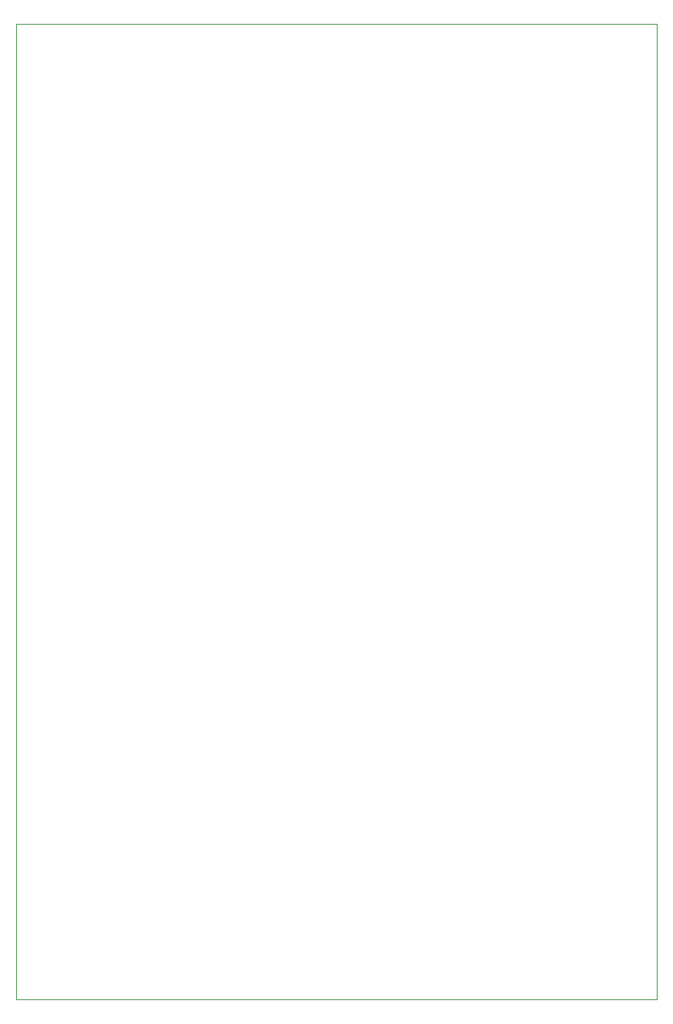
<source format=gbr>
%TF.GenerationSoftware,KiCad,Pcbnew,9.0.6*%
%TF.CreationDate,2025-11-22T15:54:34-05:00*%
%TF.ProjectId,Project_Final,50726f6a-6563-4745-9f46-696e616c2e6b,rev?*%
%TF.SameCoordinates,Original*%
%TF.FileFunction,Profile,NP*%
%FSLAX46Y46*%
G04 Gerber Fmt 4.6, Leading zero omitted, Abs format (unit mm)*
G04 Created by KiCad (PCBNEW 9.0.6) date 2025-11-22 15:54:34*
%MOMM*%
%LPD*%
G01*
G04 APERTURE LIST*
%TA.AperFunction,Profile*%
%ADD10C,0.050000*%
%TD*%
G04 APERTURE END LIST*
D10*
X64150000Y-16500000D02*
X134510000Y-16500000D01*
X134510000Y-123570000D01*
X64150000Y-123570000D01*
X64150000Y-16500000D01*
M02*

</source>
